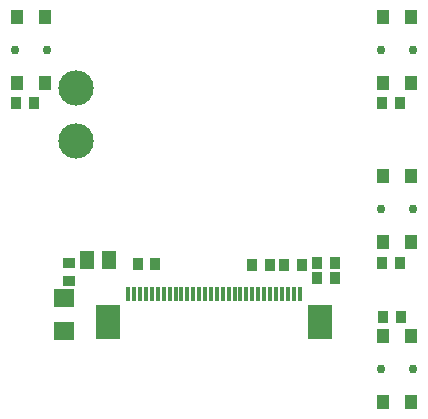
<source format=gbs>
G04 (created by PCBNEW (2013-07-07 BZR 4022)-stable) date 6/24/2016 5:08:50 PM*
%MOIN*%
G04 Gerber Fmt 3.4, Leading zero omitted, Abs format*
%FSLAX34Y34*%
G01*
G70*
G90*
G04 APERTURE LIST*
%ADD10C,0.00590551*%
%ADD11R,0.0354X0.0394*%
%ADD12O,0.11811X0.11811*%
%ADD13R,0.071X0.063*%
%ADD14R,0.0512X0.059*%
%ADD15R,0.0394X0.0354*%
%ADD16R,0.0393701X0.0472441*%
%ADD17C,0.0295276*%
%ADD18R,0.011811X0.0492126*%
%ADD19R,0.0787402X0.11811*%
G04 APERTURE END LIST*
G54D10*
G54D11*
X89075Y-59133D03*
X88483Y-59133D03*
X93426Y-60860D03*
X92834Y-60860D03*
X93406Y-59055D03*
X92814Y-59055D03*
X93406Y-53740D03*
X92814Y-53740D03*
X81201Y-53740D03*
X80609Y-53740D03*
G54D12*
X82598Y-55019D03*
X82598Y-53248D03*
G54D13*
X82204Y-60237D03*
X82204Y-61337D03*
G54D14*
X83721Y-58976D03*
X82971Y-58976D03*
G54D15*
X82362Y-59666D03*
X82362Y-59074D03*
G54D11*
X84664Y-59094D03*
X85256Y-59094D03*
X90648Y-59566D03*
X91240Y-59566D03*
X90648Y-59055D03*
X91240Y-59055D03*
X89546Y-59133D03*
X90138Y-59133D03*
G54D16*
X80629Y-50866D03*
X80629Y-53070D03*
X81574Y-50866D03*
X81574Y-53070D03*
G54D17*
X80561Y-51968D03*
X81643Y-51968D03*
G54D16*
X92834Y-50866D03*
X92834Y-53070D03*
X93779Y-50866D03*
X93779Y-53070D03*
G54D17*
X92765Y-51968D03*
X93848Y-51968D03*
G54D16*
X92834Y-56181D03*
X92834Y-58385D03*
X93779Y-56181D03*
X93779Y-58385D03*
G54D17*
X92765Y-57283D03*
X93848Y-57283D03*
G54D16*
X92834Y-61496D03*
X92834Y-63700D03*
X93779Y-61496D03*
X93779Y-63700D03*
G54D17*
X92765Y-62598D03*
X93848Y-62598D03*
G54D18*
X90059Y-60118D03*
X89862Y-60118D03*
X89665Y-60118D03*
X89468Y-60118D03*
X89271Y-60118D03*
X89074Y-60118D03*
X88877Y-60118D03*
X88681Y-60118D03*
X88484Y-60118D03*
X88287Y-60118D03*
X88090Y-60118D03*
X87893Y-60118D03*
X87696Y-60118D03*
X87500Y-60118D03*
X87303Y-60118D03*
X87106Y-60118D03*
X86909Y-60118D03*
X86712Y-60118D03*
X86515Y-60118D03*
X86318Y-60118D03*
X86122Y-60118D03*
X85925Y-60118D03*
X85728Y-60118D03*
X85531Y-60118D03*
X85334Y-60118D03*
X85137Y-60118D03*
X84940Y-60118D03*
X84744Y-60118D03*
X84547Y-60118D03*
X84350Y-60118D03*
G54D19*
X90724Y-61033D03*
X83685Y-61033D03*
M02*

</source>
